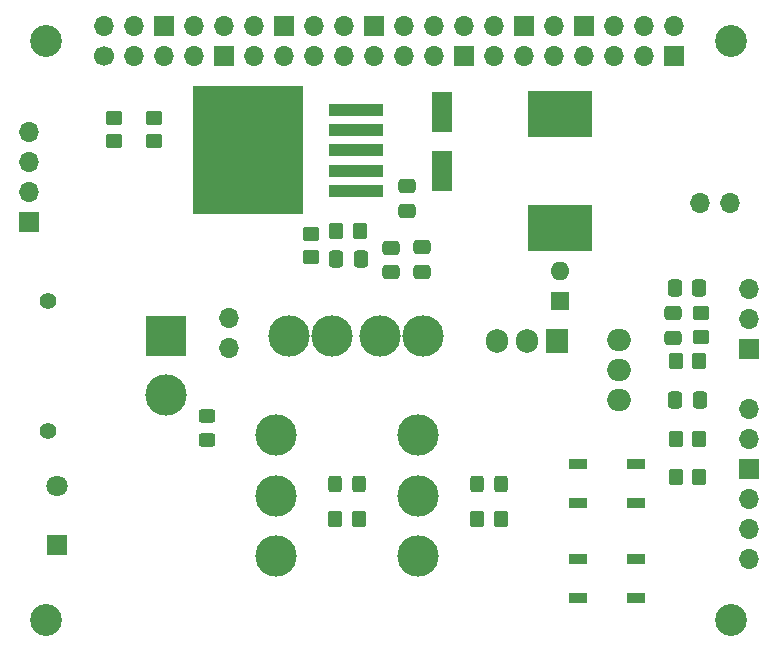
<source format=gts>
G04 #@! TF.GenerationSoftware,KiCad,Pcbnew,(6.0.7)*
G04 #@! TF.CreationDate,2023-08-05T14:38:37+10:00*
G04 #@! TF.ProjectId,RPI,5250492e-6b69-4636-9164-5f7063625858,rev?*
G04 #@! TF.SameCoordinates,Original*
G04 #@! TF.FileFunction,Soldermask,Top*
G04 #@! TF.FilePolarity,Negative*
%FSLAX46Y46*%
G04 Gerber Fmt 4.6, Leading zero omitted, Abs format (unit mm)*
G04 Created by KiCad (PCBNEW (6.0.7)) date 2023-08-05 14:38:37*
%MOMM*%
%LPD*%
G01*
G04 APERTURE LIST*
G04 Aperture macros list*
%AMRoundRect*
0 Rectangle with rounded corners*
0 $1 Rounding radius*
0 $2 $3 $4 $5 $6 $7 $8 $9 X,Y pos of 4 corners*
0 Add a 4 corners polygon primitive as box body*
4,1,4,$2,$3,$4,$5,$6,$7,$8,$9,$2,$3,0*
0 Add four circle primitives for the rounded corners*
1,1,$1+$1,$2,$3*
1,1,$1+$1,$4,$5*
1,1,$1+$1,$6,$7*
1,1,$1+$1,$8,$9*
0 Add four rect primitives between the rounded corners*
20,1,$1+$1,$2,$3,$4,$5,0*
20,1,$1+$1,$4,$5,$6,$7,0*
20,1,$1+$1,$6,$7,$8,$9,0*
20,1,$1+$1,$8,$9,$2,$3,0*%
G04 Aperture macros list end*
%ADD10RoundRect,0.250000X0.350000X0.450000X-0.350000X0.450000X-0.350000X-0.450000X0.350000X-0.450000X0*%
%ADD11R,4.600000X1.100000*%
%ADD12R,9.400000X10.800000*%
%ADD13RoundRect,0.250000X-0.450000X0.325000X-0.450000X-0.325000X0.450000X-0.325000X0.450000X0.325000X0*%
%ADD14C,2.700000*%
%ADD15C,1.400000*%
%ADD16R,3.500000X3.500000*%
%ADD17C,3.500000*%
%ADD18RoundRect,0.250000X0.337500X0.475000X-0.337500X0.475000X-0.337500X-0.475000X0.337500X-0.475000X0*%
%ADD19RoundRect,0.250000X-0.350000X-0.450000X0.350000X-0.450000X0.350000X0.450000X-0.350000X0.450000X0*%
%ADD20O,1.700000X1.700000*%
%ADD21R,1.700000X1.700000*%
%ADD22R,1.500000X0.900000*%
%ADD23R,5.400000X4.000000*%
%ADD24RoundRect,0.250000X-0.475000X0.337500X-0.475000X-0.337500X0.475000X-0.337500X0.475000X0.337500X0*%
%ADD25RoundRect,0.250000X0.325000X0.450000X-0.325000X0.450000X-0.325000X-0.450000X0.325000X-0.450000X0*%
%ADD26O,1.600000X1.600000*%
%ADD27R,1.600000X1.600000*%
%ADD28RoundRect,0.250000X0.450000X-0.350000X0.450000X0.350000X-0.450000X0.350000X-0.450000X-0.350000X0*%
%ADD29RoundRect,0.250000X-0.337500X-0.475000X0.337500X-0.475000X0.337500X0.475000X-0.337500X0.475000X0*%
%ADD30RoundRect,0.250000X-0.450000X0.350000X-0.450000X-0.350000X0.450000X-0.350000X0.450000X0.350000X0*%
%ADD31R,1.800000X3.500000*%
%ADD32RoundRect,0.250000X0.475000X-0.337500X0.475000X0.337500X-0.475000X0.337500X-0.475000X-0.337500X0*%
%ADD33R,1.800000X1.800000*%
%ADD34C,1.800000*%
%ADD35R,1.905000X2.000000*%
%ADD36O,1.905000X2.000000*%
%ADD37O,2.000000X1.905000*%
%ADD38C,1.700000*%
G04 APERTURE END LIST*
D10*
X142000000Y-88000000D03*
X140000000Y-88000000D03*
D11*
X129743498Y-60181287D03*
X129743498Y-58481287D03*
D12*
X120593498Y-56781287D03*
D11*
X129743498Y-56781287D03*
X129743498Y-55081287D03*
X129743498Y-53381287D03*
D13*
X117156137Y-79271995D03*
X117156137Y-81321995D03*
D14*
X161500000Y-47500000D03*
D15*
X103675000Y-69500000D03*
X103675000Y-80500000D03*
D16*
X113675000Y-72500000D03*
D17*
X113675000Y-77500000D03*
D18*
X158809314Y-68466446D03*
X156734314Y-68466446D03*
D19*
X156803699Y-81221472D03*
X158803699Y-81221472D03*
D10*
X158825507Y-74590609D03*
X156825507Y-74590609D03*
D20*
X163025000Y-78675000D03*
X163025000Y-81215000D03*
D21*
X163025000Y-83755000D03*
D20*
X163025000Y-86295000D03*
X163025000Y-88835000D03*
X163025000Y-91375000D03*
D22*
X148550000Y-83350000D03*
X148550000Y-86650000D03*
X153450000Y-86650000D03*
X153450000Y-83350000D03*
D23*
X147011263Y-53657857D03*
X147011263Y-63357857D03*
D20*
X102025000Y-55200000D03*
X102025000Y-57740000D03*
X102025000Y-60280000D03*
D21*
X102025000Y-62820000D03*
D24*
X132750000Y-65000000D03*
X132750000Y-67075000D03*
D20*
X119000000Y-71000000D03*
X119000000Y-73540000D03*
D25*
X130025000Y-85000000D03*
X127975000Y-85000000D03*
D19*
X128000000Y-88000000D03*
X130000000Y-88000000D03*
D26*
X147000000Y-67000000D03*
D27*
X147000000Y-69500000D03*
D28*
X158976510Y-72578299D03*
X158976510Y-70578299D03*
D14*
X103500000Y-96500000D03*
D20*
X163000000Y-68475000D03*
X163000000Y-71015000D03*
D21*
X163000000Y-73555000D03*
D29*
X128060662Y-66000000D03*
X130135662Y-66000000D03*
D30*
X112625000Y-54000000D03*
X112625000Y-56000000D03*
D28*
X125943737Y-65817671D03*
X125943737Y-63817671D03*
D14*
X103500000Y-47500000D03*
D25*
X142025000Y-85000000D03*
X139975000Y-85000000D03*
D31*
X137000000Y-58500000D03*
X137000000Y-53500000D03*
D17*
X123000000Y-80850000D03*
X123000000Y-86000000D03*
X123000000Y-91150000D03*
D32*
X134030514Y-61891215D03*
X134030514Y-59816215D03*
D22*
X148550000Y-91350000D03*
X148550000Y-94650000D03*
X153450000Y-94650000D03*
X153450000Y-91350000D03*
D30*
X109296824Y-54000000D03*
X109296824Y-56000000D03*
D17*
X124056016Y-72496126D03*
X127756016Y-72496126D03*
X131756016Y-72496126D03*
X135456016Y-72496126D03*
D33*
X104427533Y-90179143D03*
D34*
X104427533Y-85179143D03*
D14*
X161500000Y-96500000D03*
D29*
X156797957Y-77944431D03*
X158872957Y-77944431D03*
D17*
X135000000Y-80850000D03*
X135000000Y-86000000D03*
X135000000Y-91150000D03*
D35*
X146773390Y-72928876D03*
D36*
X144233390Y-72928876D03*
X141693390Y-72928876D03*
D24*
X135326228Y-64981794D03*
X135326228Y-67056794D03*
D32*
X156619695Y-72623629D03*
X156619695Y-70548629D03*
D20*
X158851759Y-61219568D03*
X161391759Y-61219568D03*
D10*
X158810399Y-84437912D03*
X156810399Y-84437912D03*
D37*
X152020447Y-72866553D03*
X152020447Y-75406553D03*
X152020447Y-77946553D03*
D19*
X128068979Y-63563219D03*
X130068979Y-63563219D03*
D38*
X108370000Y-48770000D03*
D20*
X108370000Y-46230000D03*
X110910000Y-48770000D03*
X110910000Y-46230000D03*
X113450000Y-48770000D03*
D21*
X113450000Y-46230000D03*
D20*
X115990000Y-48770000D03*
X115990000Y-46230000D03*
D21*
X118530000Y-48770000D03*
D20*
X118530000Y-46230000D03*
X121070000Y-48770000D03*
X121070000Y-46230000D03*
X123610000Y-48770000D03*
D21*
X123610000Y-46230000D03*
D20*
X126150000Y-48770000D03*
X126150000Y-46230000D03*
X128690000Y-48770000D03*
X128690000Y-46230000D03*
X131230000Y-48770000D03*
D21*
X131230000Y-46230000D03*
D20*
X133770000Y-48770000D03*
X133770000Y-46230000D03*
X136310000Y-48770000D03*
X136310000Y-46230000D03*
D21*
X138850000Y-48770000D03*
D20*
X138850000Y-46230000D03*
X141390000Y-48770000D03*
X141390000Y-46230000D03*
X143930000Y-48770000D03*
D21*
X143930000Y-46230000D03*
D20*
X146470000Y-48770000D03*
X146470000Y-46230000D03*
X149010000Y-48770000D03*
D21*
X149010000Y-46230000D03*
D20*
X151550000Y-48770000D03*
X151550000Y-46230000D03*
X154090000Y-48770000D03*
X154090000Y-46230000D03*
D21*
X156630000Y-48770000D03*
D20*
X156630000Y-46230000D03*
M02*

</source>
